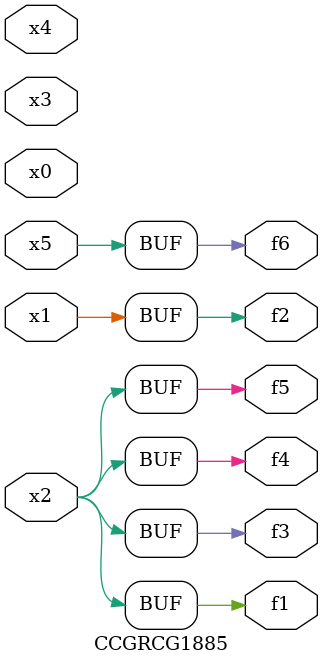
<source format=v>
module CCGRCG1885(
	input x0, x1, x2, x3, x4, x5,
	output f1, f2, f3, f4, f5, f6
);
	assign f1 = x2;
	assign f2 = x1;
	assign f3 = x2;
	assign f4 = x2;
	assign f5 = x2;
	assign f6 = x5;
endmodule

</source>
